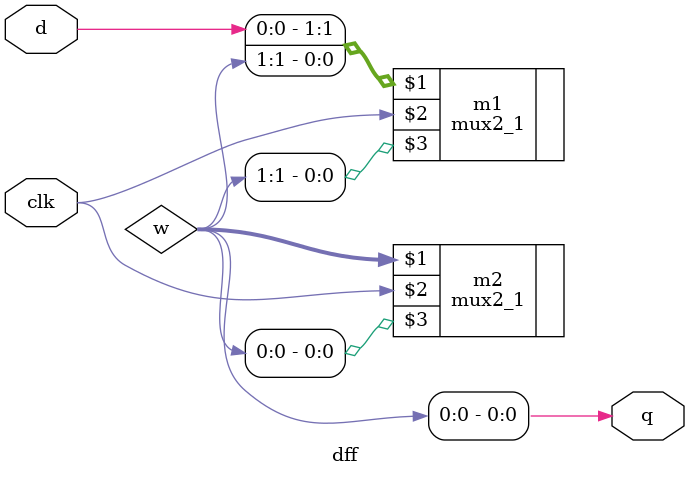
<source format=v>
`include"mux2_1"
module dff(d,clk,q);
  input d,clk;
  output q;
  wire [1:0]w;
  mux2_1 m1({d,w[1]},clk,w[1]);
  mux2_1 m2({w[1],w[0]},clk,w[0]);
  assign q=w[0];
endmodule 
  
</source>
